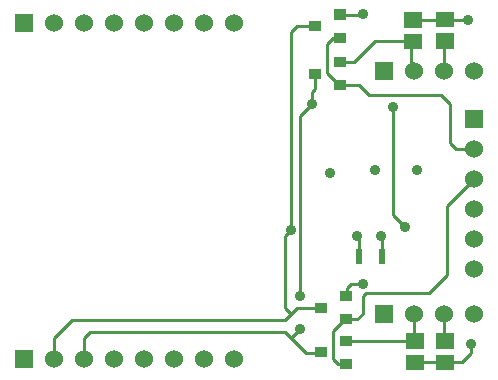
<source format=gbr>
G04 start of page 2 for group 0 idx 0 *
G04 Title: (unknown), component *
G04 Creator: pcb 20091103 *
G04 CreationDate: Mon 21 Mar 2011 07:49:43 AM GMT UTC *
G04 For: gjhurlbu *
G04 Format: Gerber/RS-274X *
G04 PCB-Dimensions: 600000 500000 *
G04 PCB-Coordinate-Origin: lower left *
%MOIN*%
%FSLAX25Y25*%
%LNFRONT*%
%ADD11C,0.0100*%
%ADD12C,0.0200*%
%ADD13C,0.0600*%
%ADD14C,0.0360*%
%ADD15R,0.0340X0.0340*%
%ADD16R,0.0512X0.0512*%
%ADD17R,0.0200X0.0200*%
%ADD18C,0.0380*%
G54D11*X147600Y416800D02*X154800D01*
X155000Y417000D01*
X171214Y415000D02*X181914D01*
X182000Y415086D01*
X189914D01*
X190000Y415000D01*
X182000Y398000D02*Y408000D01*
X159000D02*X171128D01*
X171214Y407914D01*
Y398786D01*
X172000Y398000D01*
X153800Y393200D02*X157000Y390000D01*
X181000D01*
X184000Y387000D01*
Y374000D01*
X186000Y372000D01*
X192000D01*
X147600Y401000D02*X152000D01*
X159000Y408000D01*
X147000Y409000D02*X145000D01*
X143000Y407000D01*
Y397200D01*
X147000Y393200D01*
X153800D01*
X138000Y391000D02*X139000Y392000D01*
Y396900D01*
X138800Y397100D01*
X133000Y413000D02*X138700D01*
X138800Y412900D01*
X138000Y387000D02*Y391000D01*
X131000Y345000D02*Y411000D01*
X133000Y413000D01*
X153600Y337700D02*Y342400D01*
X153000Y343000D01*
X161400Y337700D02*Y342600D01*
X161000Y343000D01*
X165000Y386000D02*Y350000D01*
X169000Y346000D01*
X183000Y330000D02*Y353000D01*
X192000Y362000D01*
X134000Y323000D02*Y383000D01*
X138000Y387000D01*
X62000Y302000D02*Y309000D01*
X64000Y311000D01*
X129000D01*
X52000Y302000D02*Y309000D01*
X58000Y315000D01*
X129000D01*
X133000Y319000D01*
X131000Y317000D02*X129000Y319000D01*
X133000D02*X140700D01*
X140800Y319100D01*
X149600Y323000D02*Y325600D01*
X151000Y327000D01*
X155000D01*
X129000Y311000D02*X136000Y304000D01*
X140600D01*
X140800Y304200D01*
X131000Y309000D02*X134000Y312000D01*
X129000Y319000D02*Y343000D01*
X131000Y345000D01*
X149600Y300300D02*X146700D01*
X149600Y308100D02*X171900D01*
X172000Y308000D01*
Y317000D01*
X146700Y300300D02*X145000Y302000D01*
Y311200D01*
X149000Y315200D01*
X153200D01*
X155000Y317000D01*
Y323000D01*
X156000Y324000D01*
X177000D01*
X183000Y330000D01*
X182000Y317000D02*Y308000D01*
X172000Y300914D02*X186914D01*
X187000Y301000D01*
X188000D01*
X191000Y304000D01*
Y307000D01*
G54D12*G36*
X39000Y417000D02*Y411000D01*
X45000D01*
Y417000D01*
X39000D01*
G37*
G36*
Y305000D02*Y299000D01*
X45000D01*
Y305000D01*
X39000D01*
G37*
G54D13*X52000Y414000D03*
Y302000D03*
X62000Y414000D03*
Y302000D03*
X72000Y414000D03*
Y302000D03*
X82000D03*
X92000D03*
X102000D03*
X112000D03*
X82000Y414000D03*
X92000D03*
X102000D03*
X112000D03*
G54D12*G36*
X189000Y385000D02*Y379000D01*
X195000D01*
Y385000D01*
X189000D01*
G37*
G54D13*X192000Y372000D03*
Y362000D03*
Y352000D03*
Y342000D03*
Y332000D03*
G54D12*G36*
X159000Y320000D02*Y314000D01*
X165000D01*
Y320000D01*
X159000D01*
G37*
G54D13*X172000Y317000D03*
X182000D03*
X192000D03*
G54D12*G36*
X159000Y401000D02*Y395000D01*
X165000D01*
Y401000D01*
X159000D01*
G37*
G54D13*X172000Y398000D03*
X182000D03*
X192000D03*
G54D14*X155000Y417000D03*
X190000Y415000D03*
X173000Y365000D03*
X159000D03*
X144000Y364000D03*
X153000Y343000D03*
X161000D03*
X169000Y346000D03*
X165000Y386000D03*
X138000Y387000D03*
X155000Y327000D03*
X191000Y307000D03*
X134000Y312000D03*
Y323000D03*
X131000Y345000D03*
G54D15*X147000Y393200D02*X147600D01*
X147000Y401000D02*X147600D01*
X147000Y409000D02*X147600D01*
X147000Y416800D02*X147600D01*
X138800Y412900D02*X139400D01*
X138800Y397100D02*X139400D01*
G54D16*X171214Y407914D02*X172000D01*
X171214Y415000D02*X172000D01*
X182000Y408000D02*X182786D01*
X182000Y415086D02*X182786D01*
G54D17*X161400Y337700D02*Y334600D01*
X153600Y337700D02*Y334600D01*
G54D16*X182000Y308000D02*X182786D01*
X182000Y300914D02*X182786D01*
X172000Y308000D02*X172786D01*
X172000Y300914D02*X172786D01*
G54D15*X149000Y315200D02*X149600D01*
X149000Y300300D02*X149600D01*
X149000Y308100D02*X149600D01*
X149000Y323000D02*X149600D01*
X140800Y319100D02*X141400D01*
X140800Y304200D02*X141400D01*
G54D18*G54D12*M02*

</source>
